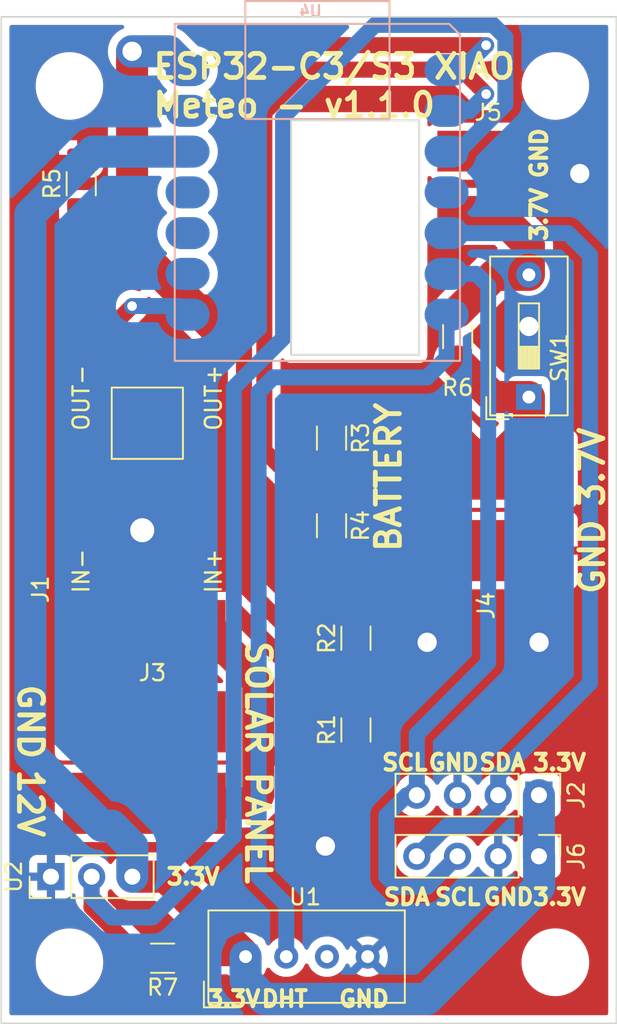
<source format=kicad_pcb>
(kicad_pcb (version 20211014) (generator pcbnew)
  (layers (0 "F.Cu" signal) (31 "B.Cu" signal) (34 "B.Paste" user) (35 "F.Paste" user) (36 "B.SilkS" user "B.Silkscreen") (37 "F.SilkS" user "F.Silkscreen") (38 "B.Mask" user) (39 "F.Mask" user) (44 "Edge.Cuts" user))
  (net 0 "")
  (net 1 "GND")
  (net 2 "PROBE_SOLAR")
  (net 3 "+BATT")
  (net 4 "+3.3V")
  (net 5 "DHT")
  (net 7 "ONE_WIRE")
  (net 11 "SDA")
  (net 12 "+5V")
  (net 13 "+12V")
  (net 14 "GNDPWR")
  (net 15 "SCL")
  (net 17 "Net-(J4-Pad1)")
  (net 18 "PROBE_BATT_V")
  (net 19 "PROBE_BATT_I")
  (footprint "Resistor_SMD:R_1206_3216Metric_Pad1.30x1.75mm_HandSolder" (layer "F.Cu") (at 215.9 74.676 90)
    (fp_text reference "R1" (at 0 -1.82 90) (layer "F.SilkS"))
    (fp_text value "180k")
    (fp_line (start -0.727064 0.91) (end 0.727064 0.91) (layer "F.SilkS") (width 0.12))
    (fp_line (start -0.727064 -0.91) (end 0.727064 -0.91) (layer "F.SilkS") (width 0.12))
    (pad "1" smd roundrect (at -1.55 0 90) (size 1.3 1.75) (layers "F.Cu" "F.Paste" "F.Mask") (roundrect_rratio 0.192308) (net 13 "+12V"))
    (pad "2" smd roundrect (at 1.55 0 90) (size 1.3 1.75) (layers "F.Cu" "F.Paste" "F.Mask") (roundrect_rratio 0.192308) (net 2 "PROBE_SOLAR"))
  )
  (footprint "MountingHole:MountingHole_3.2mm_M3_ISO7380" (layer "F.Cu") (at 228.346 89.154)
    (fp_text reference "H4" hide)
    (fp_text value "MountingHole" hide)
    (pad "" np_thru_hole circle (at 0 0) (size 3.2 3.2) (drill 3.2) (layers *.Cu *.Mask))
  )
  (footprint "MountingHole:MountingHole_3.2mm_M3_ISO7380" (layer "F.Cu") (at 198.021 89.154)
    (fp_text reference "H2" hide)
    (fp_text value "MountingHole" hide)
    (pad "" np_thru_hole circle (at 0 0) (size 3.2 3.2) (drill 3.2) (layers *.Cu *.Mask))
  )
  (footprint "SolderPads:SolderWirePad_5.08x2" (layer "F.Cu") (at 202.692 76.708 90)
    (fp_text reference "J3" (at 5.588 0.508 180) (layer "F.SilkS"))
    (fp_text value "Solar_Panel")
    (pad "1" smd rect (at -2.54 0 90) (size 3.81 10.16) (layers "F.Cu" "F.Paste" "F.Mask") (net 13 "+12V"))
    (pad "2" smd rect (at 2.54 0 90) (size 3.81 10.16) (layers "F.Cu" "F.Paste" "F.Mask") (net 14 "GNDPWR"))
  )
  (footprint "Resistor_SMD:R_1206_3216Metric_Pad1.30x1.75mm_HandSolder" (layer "F.Cu") (at 214.376 56.489 -90)
    (fp_text reference "R3" (at 0 -1.82 90) (layer "F.SilkS"))
    (fp_text value "100k")
    (fp_line (start -0.727064 -0.91) (end 0.727064 -0.91) (layer "F.SilkS") (width 0.12))
    (fp_line (start -0.727064 0.91) (end 0.727064 0.91) (layer "F.SilkS") (width 0.12))
    (pad "1" smd roundrect (at -1.55 0 270) (size 1.3 1.75) (layers "F.Cu" "F.Paste" "F.Mask") (roundrect_rratio 0.192308) (net 17 "Net-(J4-Pad1)"))
    (pad "2" smd roundrect (at 1.55 0 270) (size 1.3 1.75) (layers "F.Cu" "F.Paste" "F.Mask") (roundrect_rratio 0.192308) (net 18 "PROBE_BATT_V"))
  )
  (footprint "MountingHole:MountingHole_3.2mm_M3_ISO7380" (layer "F.Cu") (at 198.021 34.544)
    (fp_text reference "H1" hide)
    (fp_text value "MountingHole" hide)
    (pad "" np_thru_hole circle (at 0 0) (size 3.2 3.2) (drill 3.2) (layers *.Cu *.Mask))
  )
  (footprint "SolderPads:SolderWirePad_5.08x2" (layer "F.Cu") (at 224.155 60.96 -90)
    (fp_text reference "J4" (at 5.969 0.127 90) (layer "F.SilkS"))
    (fp_text value "Battery")
    (pad "1" smd rect (at -2.54 0 270) (size 3.81 10.16) (layers "F.Cu" "F.Paste" "F.Mask") (net 17 "Net-(J4-Pad1)"))
    (pad "2" smd rect (at 2.54 0 270) (size 3.81 10.16) (layers "F.Cu" "F.Paste" "F.Mask") (net 1 "GND"))
  )
  (footprint "Resistor_SMD:R_1206_3216Metric_Pad1.30x1.75mm_HandSolder" (layer "F.Cu") (at 203.835 88.9 180)
    (fp_text reference "R7" (at 0 -1.82) (layer "F.SilkS"))
    (fp_text value "4.7k")
    (fp_line (start -0.727064 -0.91) (end 0.727064 -0.91) (layer "F.SilkS") (width 0.12))
    (fp_line (start -0.727064 0.91) (end 0.727064 0.91) (layer "F.SilkS") (width 0.12))
    (pad "1" smd roundrect (at -1.55 0 180) (size 1.3 1.75) (layers "F.Cu" "F.Paste" "F.Mask") (roundrect_rratio 0.192308) (net 4 "+3.3V"))
    (pad "2" smd roundrect (at 1.55 0 180) (size 1.3 1.75) (layers "F.Cu" "F.Paste" "F.Mask") (roundrect_rratio 0.192308) (net 7 "ONE_WIRE"))
  )
  (footprint "Resistor_SMD:R_1206_3216Metric_Pad1.30x1.75mm_HandSolder" (layer "F.Cu") (at 215.9 68.961 90)
    (fp_text reference "R2" (at 0 -1.82 90) (layer "F.SilkS"))
    (fp_text value "20k")
    (fp_line (start -0.727064 0.91) (end 0.727064 0.91) (layer "F.SilkS") (width 0.12))
    (fp_line (start -0.727064 -0.91) (end 0.727064 -0.91) (layer "F.SilkS") (width 0.12))
    (pad "1" smd roundrect (at -1.55 0 90) (size 1.3 1.75) (layers "F.Cu" "F.Paste" "F.Mask") (roundrect_rratio 0.192308) (net 2 "PROBE_SOLAR"))
    (pad "2" smd roundrect (at 1.55 0 90) (size 1.3 1.75) (layers "F.Cu" "F.Paste" "F.Mask") (roundrect_rratio 0.192308) (net 1 "GND"))
  )
  (footprint "Resistor_SMD:R_1206_3216Metric_Pad1.30x1.75mm_HandSolder" (layer "F.Cu") (at 222.25 50.165 -90)
    (fp_text reference "R6" (at 3.175 0 180) (layer "F.SilkS"))
    (fp_text value "R")
    (fp_line (start -0.727064 -0.91) (end 0.727064 -0.91) (layer "F.SilkS") (width 0.12))
    (fp_line (start -0.727064 0.91) (end 0.727064 0.91) (layer "F.SilkS") (width 0.12))
    (pad "1" smd roundrect (at -1.55 0 270) (size 1.3 1.75) (layers "F.Cu" "F.Paste" "F.Mask") (roundrect_rratio 0.192308) (net 3 "+BATT"))
    (pad "2" smd roundrect (at 1.55 0 270) (size 1.3 1.75) (layers "F.Cu" "F.Paste" "F.Mask") (roundrect_rratio 0.192308) (net 17 "Net-(J4-Pad1)"))
  )
  (footprint "BuckAliexpress:BUCK 18x12mm" (layer "F.Cu") (at 203.2 59.055 90)
    (fp_text reference "J1" (at -6.858 -6.985 90 unlocked) (layer "F.SilkS"))
    (fp_text value "BUCK")
    (fp_text user "OUT-" (at 5.08 -4.445 90 unlocked) (layer "F.SilkS"))
    (fp_text user "IN+" (at -5.715 3.81 90 unlocked) (layer "F.SilkS"))
    (fp_text user "IN-" (at -5.715 -4.445 90 unlocked) (layer "F.SilkS"))
    (fp_text user "OUT+" (at 5.08 3.81 90 unlocked) (layer "F.SilkS"))
    (fp_rect (start 1.27 -2.54) (end 5.715 1.905) (layer "F.SilkS") (width 0.12) (fill none))
    (pad "1" smd rect (at -9.525 3.81 180) (size 1.5 4) (layers "F.Cu" "F.Paste" "F.Mask") (net 13 "+12V"))
    (pad "2" smd rect (at -9.525 -4.445 180) (size 1.5 4) (layers "F.Cu" "F.Paste" "F.Mask") (net 14 "GNDPWR"))
    (pad "3" smd rect (at 9.525 3.81 180) (size 1.5 4) (layers "F.Cu" "F.Paste" "F.Mask") (net 12 "+5V"))
    (pad "4" smd rect (at 9.525 -4.445 180) (size 1.5 4) (layers "F.Cu" "F.Paste" "F.Mask") (net 19 "PROBE_BATT_I"))
  )
  (footprint "SolderPads:SolderWirePad_3x2" (layer "F.Cu") (at 223.52 40.64 90)
    (fp_text reference "J5" (at 4.445 0.635 180) (layer "F.SilkS"))
    (fp_text value "Battery_Internal")
    (pad "1" smd rect (at -2.032 0 90) (size 2.54 5.08) (layers "F.Cu" "F.Paste" "F.Mask") (net 3 "+BATT"))
    (pad "2" smd rect (at 2.032 0 90) (size 2.54 5.08) (layers "F.Cu" "F.Paste" "F.Mask") (net 1 "GND"))
  )
  (footprint "Resistor_SMD:R_1206_3216Metric_Pad1.30x1.75mm_HandSolder" (layer "F.Cu") (at 198.755 40.64 90)
    (fp_text reference "R5" (at 0 -1.82 90) (layer "F.SilkS"))
    (fp_text value "0.1")
    (fp_line (start -0.727064 0.91) (end 0.727064 0.91) (layer "F.SilkS") (width 0.12))
    (fp_line (start -0.727064 -0.91) (end 0.727064 -0.91) (layer "F.SilkS") (width 0.12))
    (pad "1" smd roundrect (at -1.55 0 90) (size 1.3 1.75) (layers "F.Cu" "F.Paste" "F.Mask") (roundrect_rratio 0.192308) (net 19 "PROBE_BATT_I"))
    (pad "2" smd roundrect (at 1.55 0 90) (size 1.3 1.75) (layers "F.Cu" "F.Paste" "F.Mask") (roundrect_rratio 0.192308) (net 1 "GND"))
  )
  (footprint "Connector_PinHeader_2.54mm:PinHeader_1x04_P2.54mm_Vertical" (layer "F.Cu") (at 227.32 82.55 -90)
    (fp_text reference "J6" (at 0 -2.33 90) (layer "F.SilkS"))
    (fp_text value "Connector I2C extension" hide)
    (fp_line (start -1.33 0) (end -1.33 -1.33) (layer "F.SilkS") (width 0.12))
    (fp_line (start -1.33 1.27) (end -1.33 8.95) (layer "F.SilkS") (width 0.12))
    (fp_line (start -1.33 1.27) (end 1.33 1.27) (layer "F.SilkS") (width 0.12))
    (fp_line (start -1.33 8.95) (end 1.33 8.95) (layer "F.SilkS") (width 0.12))
    (fp_line (start 1.33 1.27) (end 1.33 8.95) (layer "F.SilkS") (width 0.12))
    (fp_line (start -1.33 -1.33) (end 0 -1.33) (layer "F.SilkS") (width 0.12))
    (pad "1" thru_hole rect (at 0 0 270) (size 1.7 1.7) (drill 1) (layers *.Cu *.Mask) (net 4 "+3.3V"))
    (pad "2" thru_hole oval (at 0 2.54 270) (size 1.7 1.7) (drill 1) (layers *.Cu *.Mask) (net 1 "GND"))
    (pad "3" thru_hole oval (at 0 5.08 270) (size 1.7 1.7) (drill 1) (layers *.Cu *.Mask) (net 15 "SCL"))
    (pad "4" thru_hole oval (at 0 7.62 270) (size 1.7 1.7) (drill 1) (layers *.Cu *.Mask) (net 11 "SDA"))
  )
  (footprint "Sensor:Aosong_DHT11_5.5x12.0_P2.54mm" (layer "F.Cu") (at 209.0125 88.8025 90)
    (fp_text reference "U1" (at 3.7125 3.7125 180) (layer "F.SilkS"))
    (fp_text value "DHT11")
    (fp_line (start -3.16 -2.6) (end -3.16 -0.6) (layer "F.SilkS") (width 0.12))
    (fp_line (start -2.87 -2.32) (end 2.87 -2.32) (layer "F.SilkS") (width 0.12))
    (fp_line (start -3.16 -2.6) (end -1.55 -2.6) (layer "F.SilkS") (width 0.12))
    (fp_line (start -2.88 9.94) (end -2.88 -2.31) (layer "F.SilkS") (width 0.12))
    (fp_line (start 2.88 9.94) (end -2.88 9.94) (layer "F.SilkS") (width 0.12))
    (fp_line (start 2.88 -2.32) (end 2.88 9.94) (layer "F.SilkS") (width 0.12))
    (pad "1" thru_hole rect (at 0 0 90) (size 1.5 1.5) (drill 0.8) (layers *.Cu *.Mask) (net 4 "+3.3V"))
    (pad "2" thru_hole circle (at 0 2.54 90) (size 1.5 1.5) (drill 0.8) (layers *.Cu *.Mask) (net 5 "DHT"))
    (pad "3" thru_hole circle (at 0 5.08 90) (size 1.5 1.5) (drill 0.8) (layers *.Cu *.Mask))
    (pad "4" thru_hole circle (at 0 7.62 90) (size 1.5 1.5) (drill 0.8) (layers *.Cu *.Mask) (net 1 "GND"))
  )
  (footprint "Button_Switch_THT:SW_DIP_SPSTx01_Slide_9.78x4.72mm_W7.62mm_P2.54mm" (layer "F.Cu") (at 226.695 53.9325 90)
    (fp_text reference "SW1" (at 2.456667 1.905 90) (layer "F.SilkS"))
    (fp_text value "SW_DIP_x01")
    (fp_line (start 1.78 0.565) (end 3.133333 0.565) (layer "F.SilkS") (width 0.12))
    (fp_line (start -1.14 2.42) (end 8.76 2.42) (layer "F.SilkS") (width 0.12))
    (fp_line (start 1.78 0.445) (end 3.133333 0.445) (layer "F.SilkS") (width 0.12))
    (fp_line (start 1.78 -0.515) (end 3.133333 -0.515) (layer "F.SilkS") (width 0.12))
    (fp_line (start -1.14 -2.42) (end 8.76 -2.42) (layer "F.SilkS") (width 0.12))
    (fp_line (start -1.38 -2.66) (end 0.004 -2.66) (layer "F.SilkS") (width 0.12))
    (fp_line (start 8.76 -2.42) (end 8.76 2.42) (layer "F.SilkS") (width 0.12))
    (fp_line (start 5.84 0.635) (end 5.84 -0.635) (layer "F.SilkS") (width 0.12))
    (fp_line (start 1.78 -0.635) (end 1.78 0.635) (layer "F.SilkS") (width 0.12))
    (fp_line (start 1.78 -0.395) (end 3.133333 -0.395) (layer "F.SilkS") (width 0.12))
    (fp_line (start 1.78 0.085) (end 3.133333 0.085) (layer "F.SilkS") (width 0.12))
    (fp_line (start -1.14 -2.42) (end -1.14 2.42) (layer "F.SilkS") (width 0.12))
    (fp_line (start 1.78 -0.275) (end 3.133333 -0.275) (layer "F.SilkS") (width 0.12))
    (fp_line (start 1.78 0.635) (end 5.84 0.635) (layer "F.SilkS") (width 0.12))
    (fp_line (start 1.78 -0.035) (end 3.133333 -0.035) (layer "F.SilkS") (width 0.12))
    (fp_line (start 1.78 -0.155) (end 3.133333 -0.155) (layer "F.SilkS") (width 0.12))
    (fp_line (start -1.38 -2.66) (end -1.38 -1.277) (layer "F.SilkS") (width 0.12))
    (fp_line (start 3.133333 -0.635) (end 3.133333 0.635) (layer "F.SilkS") (width 0.12))
    (fp_line (start 5.84 -0.635) (end 1.78 -0.635) (layer "F.SilkS") (width 0.12))
    (fp_line (start 1.78 0.205) (end 3.133333 0.205) (layer "F.SilkS") (width 0.12))
    (fp_line (start 1.78 0.325) (end 3.133333 0.325) (layer "F.SilkS") (width 0.12))
    (pad "1" thru_hole rect (at 0 0 90) (size 1.6 1.6) (drill 0.8) (layers *.Cu *.Mask) (net 17 "Net-(J4-Pad1)"))
    (pad "2" thru_hole oval (at 7.62 0 90) (size 1.6 1.6) (drill 0.8) (layers *.Cu *.Mask) (net 3 "+BATT"))
  )
  (footprint "MountingHole:MountingHole_3.2mm_M3_ISO7380" (layer "F.Cu") (at 228.346 34.544)
    (fp_text reference "H3" hide)
    (fp_text value "MountingHole" hide)
    (pad "" np_thru_hole circle (at 0 0) (size 3.2 3.2) (drill 3.2) (layers *.Cu *.Mask))
  )
  (footprint "Connector_PinHeader_2.54mm:PinHeader_1x04_P2.54mm_Vertical" (layer "F.Cu") (at 227.32 78.74 -90)
    (fp_text reference "J2" (at 0 -2.33 -90) (layer "F.SilkS"))
    (fp_text value "Connector I2C extension" hide)
    (fp_line (start -1.33 -1.33) (end 0 -1.33) (layer "F.SilkS") (width 0.12))
    (fp_line (start -1.33 1.27) (end -1.33 8.95) (layer "F.SilkS") (width 0.12))
    (fp_line (start -1.33 1.27) (end 1.33 1.27) (layer "F.SilkS") (width 0.12))
    (fp_line (start 1.33 1.27) (end 1.33 8.95) (layer "F.SilkS") (width 0.12))
    (fp_line (start -1.33 8.95) (end 1.33 8.95) (layer "F.SilkS") (width 0.12))
    (fp_line (start -1.33 0) (end -1.33 -1.33) (layer "F.SilkS") (width 0.12))
    (pad "1" thru_hole rect (at 0 0 270) (size 1.7 1.7) (drill 1) (layers *.Cu *.Mask) (net 4 "+3.3V"))
    (pad "2" thru_hole oval (at 0 2.54 270) (size 1.7 1.7) (drill 1) (layers *.Cu *.Mask) (net 11 "SDA"))
    (pad "3" thru_hole oval (at 0 5.08 270) (size 1.7 1.7) (drill 1) (layers *.Cu *.Mask) (net 1 "GND"))
    (pad "4" thru_hole oval (at 0 7.62 270) (size 1.7 1.7) (drill 1) (layers *.Cu *.Mask) (net 15 "SCL"))
  )
  (footprint "Resistor_SMD:R_1206_3216Metric_Pad1.30x1.75mm_HandSolder" (layer "F.Cu") (at 214.376 61.95 -90)
    (fp_text reference "R4" (at 0 -1.82 90) (layer "F.SilkS"))
    (fp_text value "100k")
    (fp_line (start -0.727064 -0.91) (end 0.727064 -0.91) (layer "F.SilkS") (width 0.12))
    (fp_line (start -0.727064 0.91) (end 0.727064 0.91) (layer "F.SilkS") (width 0.12))
    (pad "1" smd roundrect (at -1.55 0 270) (size 1.3 1.75) (layers "F.Cu" "F.Paste" "F.Mask") (roundrect_rratio 0.192308) (net 18 "PROBE_BATT_V"))
    (pad "2" smd roundrect (at 1.55 0 270) (size 1.3 1.75) (layers "F.Cu" "F.Paste" "F.Mask") (roundrect_rratio 0.192308) (net 1 "GND"))
  )
  (footprint "Connector_PinHeader_2.54mm:PinHeader_1x03_P2.54mm_Vertical" (layer "F.Cu") (at 196.865 83.82 90)
    (fp_text reference "U2" (at 0 -2.33 90) (layer "F.SilkS"))
    (fp_text value "DS18B20")
    (fp_line (start 1.33 1.27) (end 1.33 6.41) (layer "F.SilkS") (width 0.12))
    (fp_line (start -1.33 1.27) (end 1.33 1.27) (layer "F.SilkS") (width 0.12))
    (fp_line (start -1.33 6.41) (end 1.33 6.41) (layer "F.SilkS") (width 0.12))
    (fp_line (start -1.33 0) (end -1.33 -1.33) (layer "F.SilkS") (width 0.12))
    (fp_line (start -1.33 1.27) (end -1.33 6.41) (layer "F.SilkS") (width 0.12))
    (fp_line (start -1.33 -1.33) (end 0 -1.33) (layer "F.SilkS") (width 0.12))
    (pad "1" thru_hole rect (at 0 0 90) (size 1.7 1.7) (drill 1) (layers *.Cu *.Mask) (net 1 "GND"))
    (pad "2" thru_hole oval (at 0 2.54 90) (size 1.7 1.7) (drill 1) (layers *.Cu *.Mask) (net 7 "ONE_WIRE"))
    (pad "3" thru_hole oval (at 0 5.08 90) (size 1.7 1.7) (drill 1) (layers *.Cu *.Mask) (net 4 "+3.3V"))
  )
  (footprint "footprints:MOUDLE14P-SMD-2.54-21X17.8MM" (layer "B.Cu") (at 222.392 51.676076 180)
    (fp_text reference "U4" (at 9.3345 21.7805) (layer "B.SilkS") (effects (font (size 0.7 0.7)) (justify mirror)))
    (fp_text value "MOUDLE-SEEEDUINO-XIAO-ESP32C3")
    (fp_line (start 17.8 0) (end 17.8 21) (layer "B.SilkS") (width 0.127))
    (fp_line (start 4.4 22.424) (end 13.395 22.424) (layer "B.SilkS") (width 0.127))
    (fp_line (start 0 0) (end 17.8 0) (layer "B.SilkS") (width 0.127))
    (fp_line (start 17.8 21) (end 0.671541 21) (layer "B.SilkS") (width 0.127))
    (fp_line (start 13.395 22.424) (end 13.395 15.072) (layer "B.SilkS") (width 0.127))
    (fp_line (start 13.395 15.072) (end 4.396 15.072) (layer "B.SilkS") (width 0.127))
    (fp_line (start 0.671541 21) (end 0 20.3285) (layer "B.SilkS") (width 0.127))
    (fp_line (start 0 20.3285) (end 0 0) (layer "B.SilkS") (width 0.127))
    (fp_line (start 4.396 15.072) (end 4.396 22.425) (layer "B.SilkS") (width 0.127))
    (fp_rect (start 2.54 14.986) (end 10.541 0.381) (layer "Edge.Cuts") (width 0.12) (fill none))
    (pad "1" smd roundrect (at 0.835 18.12 180) (size 2.75 2) (layers "B.Cu" "B.Paste" "B.Mask") (roundrect_rratio 0.5) (net 2 "PROBE_SOLAR"))
    (pad "2" smd roundrect (at 0.835 15.58 180) (size 2.75 2) (layers "B.Cu" "B.Paste" "B.Mask") (roundrect_rratio 0.5) (net 18 "PROBE_BATT_V"))
    (pad "3" smd roundrect (at 0.835 13.04 180) (size 2.75 2) (layers "B.Cu" "B.Paste" "B.Mask") (roundrect_rratio 0.5) (net 7 "ONE_WIRE"))
    (pad "4" smd roundrect (at 0.835 10.5 180) (size 2.75 2) (layers "B.Cu" "B.Paste" "B.Mask") (roundrect_rratio 0.5))
    (pad "5" smd roundrect (at 0.835 7.96 180) (size 2.75 2) (layers "B.Cu" "B.Paste" "B.Mask") (roundrect_rratio 0.5) (net 11 "SDA"))
    (pad "6" smd roundrect (at 0.835 5.42 180) (size 2.75 2) (layers "B.Cu" "B.Paste" "B.Mask") (roundrect_rratio 0.5) (net 15 "SCL"))
    (pad "7" smd roundrect (at 0.835 2.88 180) (size 2.75 2) (layers "B.Cu" "B.Paste" "B.Mask") (roundrect_rratio 0.5) (net 5 "DHT"))
    (pad "8" smd roundrect (at 17 2.88 180) (size 2.75 2) (layers "B.Cu" "B.Paste" "B.Mask") (roundrect_rratio 0.5) (net 19 "PROBE_BATT_I"))
    (pad "9" smd roundrect (at 17 5.42 180) (size 2.75 2) (layers "B.Cu" "B.Paste" "B.Mask") (roundrect_rratio 0.5))
    (pad "10" smd roundrect (at 17 7.96 180) (size 2.75 2) (layers "B.Cu" "B.Paste" "B.Mask") (roundrect_rratio 0.5))
    (pad "11" smd roundrect (at 17 10.5 180) (size 2.75 2) (layers "B.Cu" "B.Paste" "B.Mask") (roundrect_rratio 0.5))
    (pad "12" smd roundrect (at 17 13.04 180) (size 2.75 2) (layers "B.Cu" "B.Paste" "B.Mask") (roundrect_rratio 0.5) (net 4 "+3.3V"))
    (pad "13" smd roundrect (at 17 15.58 180) (size 2.75 2) (layers "B.Cu" "B.Paste" "B.Mask") (roundrect_rratio 0.5) (net 1 "GND"))
    (pad "14" smd roundrect (at 17 18.12 180) (size 2.75 2) (layers "B.Cu" "B.Paste" "B.Mask") (roundrect_rratio 0.5) (net 12 "+5V"))
  )
  (gr_rect (start 193.769 30.235) (end 232.156 92.964) (layer "Edge.Cuts") (width 0.1) (fill none))
  (gr_text "BATTERY" (at 217.932 58.928 90) (layer "F.SilkS") (effects (font (size 1.5 1.5) (thickness 0.3))))
  (gr_text "3.3V" (at 228.6 85.09) (layer "F.SilkS") (effects (font (size 1 1) (thickness 0.25))))
  (gr_text "3.3V" (at 205.74 83.82) (layer "F.SilkS") (effects (font (size 1 1) (thickness 0.25))))
  (gr_text "3.7V" (at 230.632 58.293 90) (layer "F.SilkS") (effects (font (size 1.5 1.5) (thickness 0.3))))
  (gr_text "SCL" (at 222.25 85.09) (layer "F.SilkS") (effects (font (size 1 1) (thickness 0.25))))
  (gr_text "DHT" (at 211.455 91.44) (layer "F.SilkS") (effects (font (size 1 1) (thickness 0.25))))
  (gr_text "GND" (at 216.408 91.44) (layer "F.SilkS") (effects (font (size 1 1) (thickness 0.25))))
  (gr_text "GND" (at 221.996 76.708) (layer "F.SilkS") (effects (font (size 1 1) (thickness 0.25))))
  (gr_text "SDA" (at 219.075 85.09) (layer "F.SilkS") (effects (font (size 1 1) (thickness 0.25))))
  (gr_text "SDA" (at 225.044 76.708) (layer "F.SilkS") (effects (font (size 1 1) (thickness 0.25))))
  (gr_text "GND" (at 225.425 85.09) (layer "F.SilkS") (effects (font (size 1 1) (thickness 0.25))))
  (gr_text "3.3V" (at 208.28 91.44) (layer "F.SilkS") (effects (font (size 1 1) (thickness 0.25))))
  (gr_text "3.7V" (at 227.33 42.545 90) (layer "F.SilkS") (effects (font (size 1 1) (thickness 0.25))))
  (gr_text "GND" (at 195.58 74.168 270) (layer "F.SilkS") (effects (font (size 1.5 1.5) (thickness 0.3))))
  (gr_text "GND" (at 227.33 38.735 90) (layer "F.SilkS") (effects (font (size 1 1) (thickness 0.25))))
  (gr_text "3.3V" (at 228.6 76.708) (layer "F.SilkS") (effects (font (size 1 1) (thickness 0.25))))
  (gr_text "SOLAR PANEL" (at 209.804 76.708 270) (layer "F.SilkS") (effects (font (size 1.5 1.5) (thickness 0.3))))
  (gr_text "12V" (at 195.58 79.248 270) (layer "F.SilkS") (effects (font (size 1.5 1.5) (thickness 0.3))))
  (gr_text "GND" (at 230.632 63.881 90) (layer "F.SilkS") (effects (font (size 1.5 1.5) (thickness 0.3))))
  (gr_text "ESP32-C3/S3 XIAO\nMeteo - v1.1.0" (at 203.101 34.544) (layer "F.SilkS") (effects (font (size 1.5 1.5) (thickness 0.3)) (justify left)))
  (gr_text "SCL" (at 218.948 76.708) (layer "F.SilkS") (effects (font (size 1 1) (thickness 0.25))))
  (via (at 227.33 69.215) (size 2) (drill 1.2) (layers "F.Cu" "B.Cu") (net 1))
  (via (at 202.565 62.23) (size 4) (drill 1.5) (layers "F.Cu" "B.Cu") (net 1))
  (via (at 213.995 81.915) (size 2) (drill 1.2) (layers "F.Cu" "B.Cu") (net 1))
  (via (at 226.695 49.53) (size 2) (drill 1.2) (layers "F.Cu" "B.Cu") (net 1))
  (via (at 220.345 69.215) (size 2) (drill 1.2) (layers "F.Cu" "B.Cu") (net 1))
  (via (at 229.87 40.005) (size 2) (drill 1.2) (layers "F.Cu" "B.Cu") (net 1))
  (segment (start 215.9 73.126) (end 215.9 70.511) (width 2) (layer "F.Cu") (net 2))
  (segment (start 213.868 70.612) (end 215.799 70.612) (width 1) (layer "F.Cu") (net 2))
  (segment (start 208.915 34.925) (end 208.915 65.659) (width 1) (layer "F.Cu") (net 2))
  (segment (start 215.799 70.612) (end 215.9 70.511) (width 1) (layer "F.Cu") (net 2))
  (segment (start 224.028 32.004) (end 211.836 32.004) (width 1) (layer "F.Cu") (net 2))
  (segment (start 208.915 65.659) (end 213.868 70.612) (width 1) (layer "F.Cu") (net 2))
  (segment (start 211.836 32.004) (end 208.915 34.925) (width 1) (layer "F.Cu") (net 2))
  (via (at 224.028 32.004) (size 1) (drill 0.6) (layers "F.Cu" "B.Cu") (net 2))
  (segment (start 221.557 33.556076) (end 222.475924 33.556076) (width 1) (layer "B.Cu") (net 2))
  (segment (start 222.475924 33.556076) (end 224.028 32.004) (width 1) (layer "B.Cu") (net 2))
  (segment (start 224.917 42.672) (end 226.695 44.45) (width 2) (layer "F.Cu") (net 3))
  (segment (start 226.695 46.3125) (end 224.5525 46.3125) (width 2) (layer "F.Cu") (net 3))
  (segment (start 223.52 42.672) (end 224.917 42.672) (width 2) (layer "F.Cu") (net 3))
  (segment (start 224.5525 46.3125) (end 222.25 48.615) (width 2) (layer "F.Cu") (net 3))
  (segment (start 226.695 44.45) (end 226.695 46.3125) (width 2) (layer "F.Cu") (net 3))
  (segment (start 204.03 83.82) (end 209.0125 88.8025) (width 2) (layer "F.Cu") (net 4))
  (segment (start 205.385 88.9) (end 208.915 88.9) (width 1) (layer "F.Cu") (net 4))
  (segment (start 201.945 83.82) (end 204.03 83.82) (width 2) (layer "F.Cu") (net 4))
  (segment (start 208.915 88.9) (end 209.0125 88.8025) (width 1) (layer "F.Cu") (net 4))
  (segment (start 200.025 80.645) (end 200.66 80.645) (width 2) (layer "B.Cu") (net 4))
  (segment (start 227.32 82.55) (end 227.32 78.74) (width 2) (layer "B.Cu") (net 4))
  (segment (start 220.345 91.44) (end 227.33 84.455) (width 2) (layer "B.Cu") (net 4))
  (segment (start 200.66 80.645) (end 201.945 81.93) (width 2) (layer "B.Cu") (net 4))
  (segment (start 209.0125 88.8025) (end 209.0125 90.2675) (width 2) (layer "B.Cu") (net 4))
  (segment (start 210.185 91.44) (end 220.345 91.44) (width 2) (layer "B.Cu") (net 4))
  (segment (start 205.392 38.636076) (end 199.488924 38.636076) (width 2) (layer "B.Cu") (net 4))
  (segment (start 195.58 76.2) (end 200.025 80.645) (width 2) (layer "B.Cu") (net 4))
  (segment (start 195.58 42.545) (end 195.58 76.2) (width 2) (layer "B.Cu") (net 4))
  (segment (start 227.33 82.56) (end 227.32 82.55) (width 2) (layer "B.Cu") (net 4))
  (segment (start 227.33 84.455) (end 227.33 82.56) (width 2) (layer "B.Cu") (net 4))
  (segment (start 201.945 81.93) (end 201.945 83.82) (width 2) (layer "B.Cu") (net 4))
  (segment (start 199.488924 38.636076) (end 195.58 42.545) (width 2) (layer "B.Cu") (net 4))
  (segment (start 209.0125 90.2675) (end 210.185 91.44) (width 2) (layer "B.Cu") (net 4))
  (segment (start 220.345 52.705) (end 210.739 52.705) (width 1) (layer "B.Cu") (net 5))
  (segment (start 210.739 52.705) (end 209.827 53.617) (width 1) (layer "B.Cu") (net 5))
  (segment (start 221.557 51.493) (end 220.345 52.705) (width 1) (layer "B.Cu") (net 5))
  (segment (start 209.827 83.843) (end 211.5525 85.5685) (width 1) (layer "B.Cu") (net 5))
  (segment (start 221.557 48.796076) (end 221.557 51.493) (width 1) (layer "B.Cu") (net 5))
  (segment (start 211.5525 85.5685) (end 211.5525 88.8025) (width 1) (layer "B.Cu") (net 5))
  (segment (start 209.827 53.617) (end 209.827 83.843) (width 1) (layer "B.Cu") (net 5))
  (segment (start 199.405 85.71) (end 199.405 83.82) (width 1) (layer "F.Cu") (net 7))
  (segment (start 202.285 88.9) (end 202.285 88.62) (width 1) (layer "F.Cu") (net 7))
  (segment (start 199.39 85.725) (end 199.405 85.71) (width 1) (layer "F.Cu") (net 7))
  (segment (start 202.285 88.62) (end 199.39 85.725) (width 1) (layer "F.Cu") (net 7))
  (segment (start 199.405 83.82) (end 199.405 85.105) (width 1) (layer "B.Cu") (net 7))
  (segment (start 222.284923 38.636076) (end 225.228 35.692999) (width 1) (layer "B.Cu") (net 7))
  (segment (start 211.351 36.482969) (end 211.351 50.269) (width 1) (layer "B.Cu") (net 7))
  (segment (start 199.405 85.105) (end 200.66 86.36) (width 1) (layer "B.Cu") (net 7))
  (segment (start 208.28 81.28) (end 208.28 53.34) (width 1) (layer "B.Cu") (net 7))
  (segment (start 203.2 86.36) (end 208.28 81.28) (width 1) (layer "B.Cu") (net 7))
  (segment (start 224.456056 30.735) (end 217.098969 30.735) (width 1) (layer "B.Cu") (net 7))
  (segment (start 225.228 31.506944) (end 224.456056 30.735) (width 1) (layer "B.Cu") (net 7))
  (segment (start 225.228 35.692999) (end 225.228 31.506944) (width 1) (layer "B.Cu") (net 7))
  (segment (start 221.557 38.636076) (end 222.284923 38.636076) (width 1) (layer "B.Cu") (net 7))
  (segment (start 211.351 50.269) (end 208.28 53.34) (width 1) (layer "B.Cu") (net 7))
  (segment (start 200.66 86.36) (end 203.2 86.36) (width 1) (layer "B.Cu") (net 7))
  (segment (start 217.098969 30.735) (end 211.351 36.482969) (width 1) (layer "B.Cu") (net 7))
  (segment (start 224.78 77.48) (end 224.78 78.74) (width 1) (layer "B.Cu") (net 11))
  (segment (start 224.78 79.385) (end 223.52 80.645) (width 1) (layer "B.Cu") (net 11))
  (segment (start 229.136076 43.716076) (end 230.505 45.085) (width 1) (layer "B.Cu") (net 11))
  (segment (start 223.52 80.645) (end 221.605 80.645) (width 1) (layer "B.Cu") (net 11))
  (segment (start 230.505 45.085) (end 230.505 71.755) (width 1) (layer "B.Cu") (net 11))
  (segment (start 221.605 80.645) (end 219.7 82.55) (width 1) (layer "B.Cu") (net 11))
  (segment (start 224.78 78.74) (end 224.78 79.385) (width 1) (layer "B.Cu") (net 11))
  (segment (start 230.505 71.755) (end 224.78 77.48) (width 1) (layer "B.Cu") (net 11))
  (segment (start 221.557 43.716076) (end 229.136076 43.716076) (width 1) (layer "B.Cu") (net 11))
  (segment (start 201.93 44.45) (end 201.93 32.385) (width 2) (layer "F.Cu") (net 12))
  (segment (start 207.01 49.53) (end 202.565 45.085) (width 2) (layer "F.Cu") (net 12))
  (segment (start 202.565 45.085) (end 201.93 44.45) (width 2) (layer "F.Cu") (net 12))
  (via (at 201.93 32.385) (size 2) (drill 1.2) (layers "F.Cu" "B.Cu") (net 12))
  (segment (start 201.93 32.385) (end 204.220924 32.385) (width 2) (layer "B.Cu") (net 12))
  (segment (start 204.220924 32.385) (end 205.392 33.556076) (width 2) (layer "B.Cu") (net 12))
  (segment (start 209.296 79.248) (end 202.692 79.248) (width 2) (layer "F.Cu") (net 13))
  (segment (start 209.804 78.74) (end 209.296 79.248) (width 2) (layer "F.Cu") (net 13))
  (segment (start 207.01 68.834) (end 209.804 71.628) (width 2) (layer "F.Cu") (net 13))
  (segment (start 209.804 77.216) (end 209.804 78.74) (width 2) (layer "F.Cu") (net 13))
  (segment (start 209.804 71.628) (end 209.804 77.216) (width 2) (layer "F.Cu") (net 13))
  (segment (start 215.9 76.226) (end 210.794 76.226) (width 1) (layer "F.Cu") (net 13))
  (segment (start 210.794 76.226) (end 209.804 77.216) (width 1) (layer "F.Cu") (net 13))
  (segment (start 207.01 68.58) (end 207.01 68.834) (width 2) (layer "F.Cu") (net 13))
  (segment (start 198.755 70.231) (end 202.692 74.168) (width 2) (layer "F.Cu") (net 14))
  (segment (start 198.755 68.58) (end 198.755 70.231) (width 2) (layer "F.Cu") (net 14))
  (segment (start 217.805 80.01) (end 217.805 83.82) (width 1) (layer "B.Cu") (net 15))
  (segment (start 223.421076 46.256076) (end 224.155 46.99) (width 1) (layer "B.Cu") (net 15))
  (segment (start 218.44 84.455) (end 220.335 84.455) (width 1) (layer "B.Cu") (net 15))
  (segment (start 219.075 78.74) (end 217.805 80.01) (width 1) (layer "B.Cu") (net 15))
  (segment (start 224.155 46.99) (end 224.155 70.485) (width 1) (layer "B.Cu") (net 15))
  (segment (start 224.155 70.485) (end 219.7 74.94) (width 1) (layer "B.Cu") (net 15))
  (segment (start 219.7 78.74) (end 219.075 78.74) (width 1) (layer "B.Cu") (net 15))
  (segment (start 217.805 83.82) (end 218.44 84.455) (width 1) (layer "B.Cu") (net 15))
  (segment (start 220.335 84.455) (end 222.24 82.55) (width 1) (layer "B.Cu") (net 15))
  (segment (start 221.557 46.256076) (end 223.421076 46.256076) (width 1) (layer "B.Cu") (net 15))
  (segment (start 219.7 74.94) (end 219.7 78.74) (width 1) (layer "B.Cu") (net 15))
  (segment (start 221.309 54.939) (end 224.155 57.785) (width 1) (layer "F.Cu") (net 17))
  (segment (start 214.376 54.939) (end 221.309 54.939) (width 1) (layer "F.Cu") (net 17))
  (segment (start 226.695 53.9325) (end 226.695 55.88) (width 2) (layer "F.Cu") (net 17))
  (segment (start 224.4675 53.9325) (end 222.25 51.715) (width 2) (layer "F.Cu") (net 17))
  (segment (start 226.695 53.9325) (end 224.4675 53.9325) (width 2) (layer "F.Cu") (net 17))
  (segment (start 226.695 55.88) (end 224.155 58.42) (width 2) (layer "F.Cu") (net 17))
  (segment (start 210.185 57.277) (end 210.185 36.195) (width 1) (layer "F.Cu") (net 18))
  (segment (start 222.504 33.528) (end 224.028 35.052) (width 1) (layer "F.Cu") (net 18))
  (segment (start 212.852 33.528) (end 222.504 33.528) (width 1) (layer "F.Cu") (net 18))
  (segment (start 214.376 58.039) (end 214.376 60.4) (width 1) (layer "F.Cu") (net 18))
  (segment (start 214.376 60.4) (end 213.308 60.4) (width 1) (layer "F.Cu") (net 18))
  (segment (start 210.185 36.195) (end 212.852 33.528) (width 1) (layer "F.Cu") (net 18))
  (segment (start 213.308 60.4) (end 210.185 57.277) (width 1) (layer "F.Cu") (net 18))
  (via (at 224.028 35.052) (size 1) (drill 0.6) (layers "F.Cu" "B.Cu") (net 18))
  (segment (start 222.983924 36.096076) (end 224.028 35.052) (width 1) (layer "B.Cu") (net 18))
  (segment (start 221.557 36.096076) (end 222.983924 36.096076) (width 1) (layer "B.Cu") (net 18))
  (segment (start 198.755 42.19) (end 198.755 49.53) (width 1) (layer "F.Cu") (net 19))
  (segment (start 198.755 49.53) (end 200.66 49.53) (width 1) (layer "F.Cu") (net 19))
  (segment (start 200.66 49.53) (end 201.93 48.26) (width 1) (layer "F.Cu") (net 19))
  (via (at 201.93 48.26) (size 1) (drill 0.6) (layers "F.Cu" "B.Cu") (net 19))
  (segment (start 201.93 48.26) (end 204.855924 48.26) (width 1) (layer "B.Cu") (net 19))
  (segment (start 204.855924 48.26) (end 205.392 48.796076) (width 1) (layer "B.Cu") (net 19))
  (zone (net 1) (net_name "GND") (layer "F.Cu") (connect_pads (clearance 0.508)) (min_thickness 0.254) (fill yes (thermal_gap 0.508) (thermal_bridge_width 0.508))
    (polygon (pts (xy 232.156 30.235) (xy 232.156 92.964) (xy 194.023 92.964) (xy 194.023 30.235)))
  )
  (zone (net 1) (net_name "GND") (layer "B.Cu") (connect_pads (clearance 0.508)) (min_thickness 0.254) (fill yes (thermal_gap 0.508) (thermal_bridge_width 0.508))
    (polygon (pts (xy 232.152845 30.153702) (xy 232.152845 92.882702) (xy 194.019845 92.882702) (xy 194.019845 30.153702)))
  )
)
</source>
